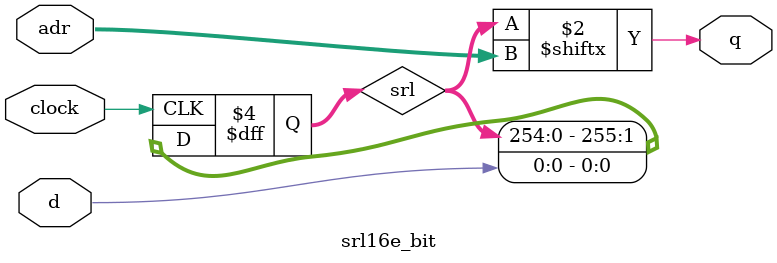
<source format=v>
`timescale 1ns / 1ps
	module srl16e_bit(clock,adr,d,q);

// Generic
	parameter ADR_WIDTH = 8;		// Addess width
	parameter SRL_DEPTH = 256;		// Shift register stages may be less than 2**ADR_WIDTH

// Ports
	input					clock;
	input	[ADR_WIDTH-1:0]	adr;
	input					d;
	output					q;

// Callers parameter list
	initial	$display ("srl16e_bit ADR_WIDTH=%d SRL_DEPTH=%d",ADR_WIDTH,SRL_DEPTH);

// Shift d left by adr places
	reg [SRL_DEPTH-1:0] srl;

	always @(posedge clock) begin
	srl <= {srl[SRL_DEPTH-2:0], d};
	end

	assign q = srl[adr];
	
//-----------------------------------------------------------------------------------------------------------------------
	endmodule
//-----------------------------------------------------------------------------------------------------------------------

</source>
